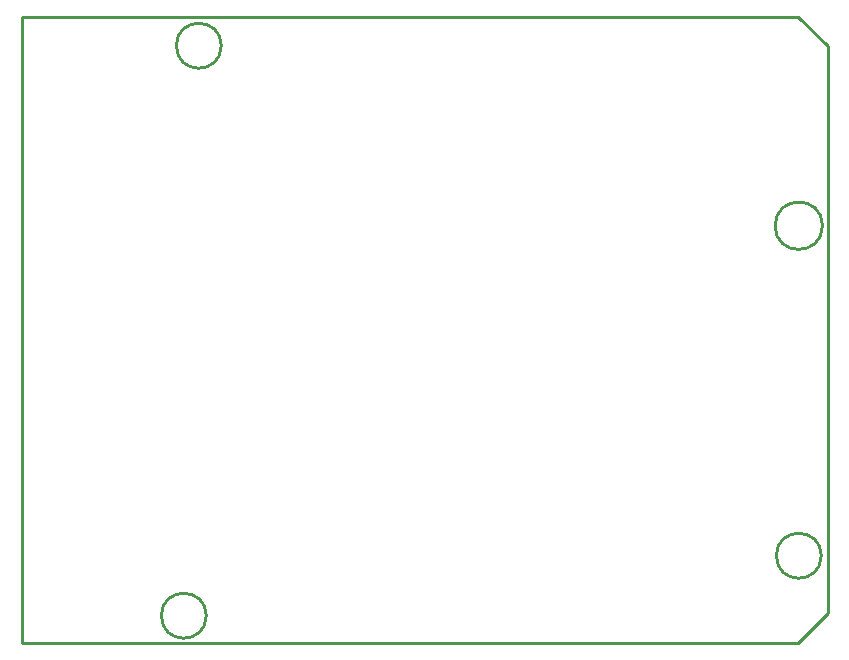
<source format=gko>
G04 Layer_Color=65280*
%FSLAX25Y25*%
%MOIN*%
G70*
G01*
G75*
%ADD10C,0.01000*%
D10*
X67906Y85000D02*
G03*
X67906Y85000I-7906J0D01*
G01*
X67500Y-25000D02*
G03*
X67500Y-25000I-7500J0D01*
G01*
X-137500Y-45000D02*
G03*
X-137500Y-45000I-7500J0D01*
G01*
X-132500Y145000D02*
G03*
X-132500Y145000I-7500J0D01*
G01*
X-199016Y-54016D02*
Y154646D01*
X59842D01*
X69685Y144803D01*
Y-44173D02*
Y144803D01*
X59842Y-54016D02*
X69685Y-44173D01*
X-199016Y-54016D02*
X59842D01*
M02*

</source>
